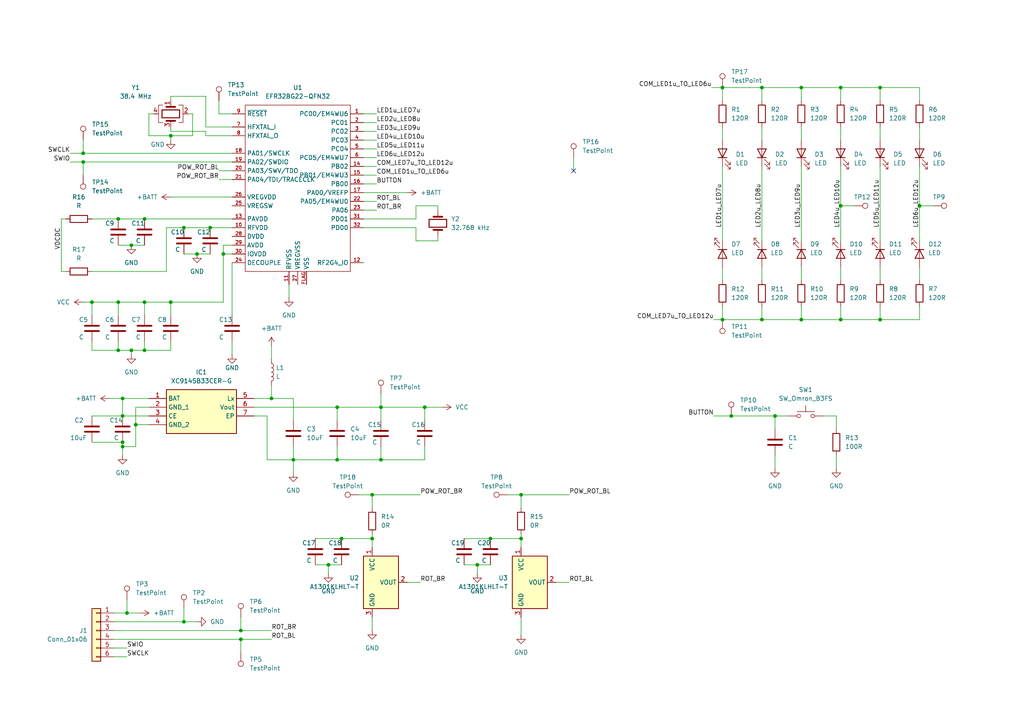
<source format=kicad_sch>
(kicad_sch (version 20230121) (generator eeschema)
  (paper "A4")
  (lib_symbols
    (symbol "Connector:TestPoint" (pin_numbers hide) (pin_names (offset 0.762) hide)
      (property "Reference" "TP" (at 0 6.858 0))
      (property "Value" "TestPoint" (at 0 5.08 0))
      (symbol "TestPoint_0_1"
        (circle (center 0 3.302) (radius 0.762))
      )
      (symbol "TestPoint_1_1"
        (pin passive line (at 0 0 90) (length 2.54) (name "1") (number "1"))
      )
    )
    (symbol "Connector_Generic:Conn_01x06" (pin_names (offset 1.016) hide)
      (property "Reference" "J" (at 0 7.62 0))
      (property "Value" "Conn_01x06" (at 0 -10.16 0))
      (symbol "Conn_01x06_1_1"
        (rectangle (start -1.27 -7.493) (end 0 -7.747) (stroke (width 0.1524)))
        (rectangle (start -1.27 -4.953) (end 0 -5.207) (stroke (width 0.1524)))
        (rectangle (start -1.27 -2.413) (end 0 -2.667) (stroke (width 0.1524)))
        (rectangle (start -1.27 0.127) (end 0 -0.127) (stroke (width 0.1524)))
        (rectangle (start -1.27 2.667) (end 0 2.413) (stroke (width 0.1524)))
        (rectangle (start -1.27 5.207) (end 0 4.953) (stroke (width 0.1524)))
        (rectangle (start -1.27 6.35) (end 1.27 -8.89) (stroke (width 0.254)) (fill (type background)))
        (pin passive line (at -5.08 5.08 0) (length 3.81) (name "Pin_1") (number "1"))
        (pin passive line (at -5.08 2.54 0) (length 3.81) (name "Pin_2") (number "2"))
        (pin passive line (at -5.08 0 0) (length 3.81) (name "Pin_3") (number "3"))
        (pin passive line (at -5.08 -2.54 0) (length 3.81) (name "Pin_4") (number "4"))
        (pin passive line (at -5.08 -5.08 0) (length 3.81) (name "Pin_5") (number "5"))
        (pin passive line (at -5.08 -7.62 0) (length 3.81) (name "Pin_6") (number "6"))
      )
    )
    (symbol "Device:C" (pin_numbers hide) (pin_names (offset 0.254))
      (property "Reference" "C" (at 0.635 2.54 0))
      (property "Value" "C" (at 0.635 -2.54 0))
      (symbol "C_0_1"
        (polyline (pts (xy -2.032 -0.762) (xy 2.032 -0.762)) (stroke (width 0.508)))
        (polyline (pts (xy -2.032 0.762) (xy 2.032 0.762)) (stroke (width 0.508)))
      )
      (symbol "C_1_1"
        (pin passive line (at 0 3.81 270) (length 2.794) (name "~") (number "1"))
        (pin passive line (at 0 -3.81 90) (length 2.794) (name "~") (number "2"))
      )
    )
    (symbol "Device:Crystal" (pin_numbers hide) (pin_names (offset 1.016) hide)
      (property "Reference" "Y" (at 0 3.81 0))
      (property "Value" "Crystal" (at 0 -3.81 0))
      (symbol "Crystal_0_1"
        (rectangle (start -1.143 2.54) (end 1.143 -2.54) (stroke (width 0.3048)))
        (polyline (pts (xy -2.54 0) (xy -1.905 0)))
        (polyline (pts (xy -1.905 -1.27) (xy -1.905 1.27)) (stroke (width 0.508)))
        (polyline (pts (xy 1.905 -1.27) (xy 1.905 1.27)) (stroke (width 0.508)))
        (polyline (pts (xy 2.54 0) (xy 1.905 0)))
      )
      (symbol "Crystal_1_1"
        (pin passive line (at -3.81 0 0) (length 1.27) (name "1") (number "1"))
        (pin passive line (at 3.81 0 180) (length 1.27) (name "2") (number "2"))
      )
    )
    (symbol "Device:Crystal_GND24" (pin_names (offset 1.016) hide)
      (property "Reference" "Y" (at 3.175 5.08 0))
      (property "Value" "Crystal_GND24" (at 3.175 3.175 0))
      (symbol "Crystal_GND24_0_1"
        (rectangle (start -1.143 2.54) (end 1.143 -2.54) (stroke (width 0.3048)))
        (polyline (pts (xy -2.54 0) (xy -2.032 0)))
        (polyline (pts (xy -2.032 -1.27) (xy -2.032 1.27)) (stroke (width 0.508)))
        (polyline (pts (xy 0 -3.81) (xy 0 -3.556)))
        (polyline (pts (xy 0 3.556) (xy 0 3.81)))
        (polyline (pts (xy 2.032 -1.27) (xy 2.032 1.27)) (stroke (width 0.508)))
        (polyline (pts (xy 2.032 0) (xy 2.54 0)))
        (polyline (pts (xy -2.54 -2.286) (xy -2.54 -3.556) (xy 2.54 -3.556) (xy 2.54 -2.286)))
        (polyline (pts (xy -2.54 2.286) (xy -2.54 3.556) (xy 2.54 3.556) (xy 2.54 2.286)))
      )
      (symbol "Crystal_GND24_1_1"
        (pin passive line (at -3.81 0 0) (length 1.27) (name "1") (number "1"))
        (pin passive line (at 0 5.08 270) (length 1.27) (name "2") (number "2"))
        (pin passive line (at 3.81 0 180) (length 1.27) (name "3") (number "3"))
        (pin passive line (at 0 -5.08 90) (length 1.27) (name "4") (number "4"))
      )
    )
    (symbol "Device:L" (pin_numbers hide) (pin_names (offset 1.016) hide)
      (property "Reference" "L" (at -1.27 0 90))
      (property "Value" "L" (at 1.905 0 90))
      (symbol "L_0_1"
        (arc (start 0 -2.54) (mid 0.6323 -1.905) (end 0 -1.27))
        (arc (start 0 -1.27) (mid 0.6323 -0.635) (end 0 0))
        (arc (start 0 0) (mid 0.6323 0.635) (end 0 1.27))
        (arc (start 0 1.27) (mid 0.6323 1.905) (end 0 2.54))
      )
      (symbol "L_1_1"
        (pin passive line (at 0 3.81 270) (length 1.27) (name "1") (number "1"))
        (pin passive line (at 0 -3.81 90) (length 1.27) (name "2") (number "2"))
      )
    )
    (symbol "Device:LED" (pin_numbers hide) (pin_names (offset 1.016) hide)
      (property "Reference" "D" (at 0 2.54 0))
      (property "Value" "LED" (at 0 -2.54 0))
      (symbol "LED_0_1"
        (polyline (pts (xy -1.27 -1.27) (xy -1.27 1.27)) (stroke (width 0.254)))
        (polyline (pts (xy -1.27 0) (xy 1.27 0)))
        (polyline (pts (xy 1.27 -1.27) (xy 1.27 1.27) (xy -1.27 0) (xy 1.27 -1.27)) (stroke (width 0.254)))
        (polyline (pts (xy -3.048 -0.762) (xy -4.572 -2.286) (xy -3.81 -2.286) (xy -4.572 -2.286) (xy -4.572 -1.524)))
        (polyline (pts (xy -1.778 -0.762) (xy -3.302 -2.286) (xy -2.54 -2.286) (xy -3.302 -2.286) (xy -3.302 -1.524)))
      )
      (symbol "LED_1_1"
        (pin passive line (at -3.81 0 0) (length 2.54) (name "K") (number "1"))
        (pin passive line (at 3.81 0 180) (length 2.54) (name "A") (number "2"))
      )
    )
    (symbol "Device:R" (pin_numbers hide) (pin_names (offset 0))
      (property "Reference" "R" (at 2.032 0 90))
      (property "Value" "R" (at 0 0 90))
      (symbol "R_0_1"
        (rectangle (start -1.016 -2.54) (end 1.016 2.54) (stroke (width 0.254)))
      )
      (symbol "R_1_1"
        (pin passive line (at 0 3.81 270) (length 1.27) (name "~") (number "1"))
        (pin passive line (at 0 -3.81 90) (length 1.27) (name "~") (number "2"))
      )
    )
    (symbol "Sensor_Magnetic:A1301KLHLT-T"
      (property "Reference" "U" (at 0 11.43 0))
      (property "Value" "A1301KLHLT-T" (at 0 8.89 0))
      (symbol "A1301KLHLT-T_0_1"
        (rectangle (start -5.08 7.62) (end 5.08 -7.62) (stroke (width 0.254)) (fill (type background)))
      )
      (symbol "A1301KLHLT-T_1_1"
        (pin power_in line (at -2.54 10.16 270) (length 2.54) (name "VCC") (number "1"))
        (pin output line (at 7.62 0 180) (length 2.54) (name "VOUT") (number "2"))
        (pin power_in line (at -2.54 -10.16 90) (length 2.54) (name "GND") (number "3"))
      )
    )
    (symbol "Switch:SW_Omron_B3FS" (pin_numbers hide) (pin_names (offset 1.016) hide)
      (property "Reference" "SW" (at 1.27 2.54 0))
      (property "Value" "SW_Omron_B3FS" (at 0 -1.524 0))
      (symbol "SW_Omron_B3FS_0_1"
        (circle (center -2.032 0) (radius 0.508))
        (polyline (pts (xy 0 1.27) (xy 0 3.048)))
        (polyline (pts (xy 2.54 1.27) (xy -2.54 1.27)))
        (circle (center 2.032 0) (radius 0.508))
        (pin passive line (at -5.08 0 0) (length 2.54) (name "1") (number "1"))
        (pin passive line (at 5.08 0 180) (length 2.54) (name "2") (number "2"))
      )
    )
    (symbol "XC9145B33CER-G:XC9145B33CER-G"
      (property "Reference" "IC" (at 26.67 7.62 0))
      (property "Value" "XC9145B33CER-G" (at 26.67 5.08 0))
      (symbol "XC9145B33CER-G_1_1"
        (rectangle (start 5.08 2.54) (end 25.4 -10.16) (stroke (width 0.254)) (fill (type background)))
        (pin passive line (at 0 0 0) (length 5.08) (name "BAT") (number "1"))
        (pin passive line (at 0 -2.54 0) (length 5.08) (name "GND_1") (number "2"))
        (pin passive line (at 0 -5.08 0) (length 5.08) (name "CE") (number "3"))
        (pin passive line (at 0 -7.62 0) (length 5.08) (name "GND_2") (number "4"))
        (pin passive line (at 30.48 0 180) (length 5.08) (name "Lx") (number "5"))
        (pin passive line (at 30.48 -2.54 180) (length 5.08) (name "Vout") (number "6"))
        (pin passive line (at 30.48 -5.08 180) (length 5.08) (name "EP") (number "7"))
      )
    )
    (symbol "kicad-libs:EFR32BG22-QFN32"
      (property "Reference" "U" (at 0 3.81 0))
      (property "Value" "EFR32BG22-QFN32" (at 0 1.27 0))
      (symbol "EFR32BG22-QFN32_0_0"
        (pin tri_state line (at 19.05 -2.54 180) (length 3.81) (name "PC00/EM4WU6") (number "1"))
        (pin power_in line (at -19.05 -35.56 0) (length 3.81) (name "RFVDD") (number "10"))
        (pin power_in line (at -2.54 -52.07 90) (length 3.81) (name "RFVSS") (number "11"))
        (pin passive line (at 19.05 -45.72 180) (length 3.81) (name "RF2G4_IO") (number "12"))
        (pin power_in line (at -19.05 -33.02 0) (length 3.81) (name "PAVDD") (number "13"))
        (pin tri_state line (at 19.05 -17.78 180) (length 3.81) (name "PB02") (number "14"))
        (pin tri_state line (at 19.05 -20.32 180) (length 3.81) (name "PB01/EM4WU3") (number "15"))
        (pin tri_state line (at 19.05 -22.86 180) (length 3.81) (name "PB00") (number "16"))
        (pin tri_state line (at 19.05 -25.4 180) (length 3.81) (name "PA00/VREFP") (number "17"))
        (pin tri_state line (at -19.05 -13.97 0) (length 3.81) (name "PA01/SWCLK") (number "18"))
        (pin tri_state line (at -19.05 -16.51 0) (length 3.81) (name "PA02/SWDIO") (number "19"))
        (pin tri_state line (at 19.05 -5.08 180) (length 3.81) (name "PC01") (number "2"))
        (pin tri_state line (at 19.05 -30.48 180) (length 3.81) (name "PA06") (number "23"))
        (pin passive line (at -19.05 -45.72 0) (length 3.81) (name "DECOUPLE") (number "24"))
        (pin passive line (at -19.05 -29.21 0) (length 3.81) (name "VREGSW") (number "25"))
        (pin power_in line (at -19.05 -26.67 0) (length 3.81) (name "VREGVDD") (number "26"))
        (pin power_in line (at 0 -52.07 90) (length 3.81) (name "VREGVSS") (number "27"))
        (pin power_in line (at -19.05 -38.1 0) (length 3.81) (name "DVDD") (number "28"))
        (pin power_in line (at -19.05 -40.64 0) (length 3.81) (name "AVDD") (number "29"))
        (pin tri_state line (at 19.05 -7.62 180) (length 3.81) (name "PC02") (number "3"))
        (pin power_in line (at -19.05 -43.18 0) (length 3.81) (name "IOVDD") (number "30"))
        (pin tri_state line (at 19.05 -33.02 180) (length 3.81) (name "PD01") (number "31"))
        (pin tri_state line (at 19.05 -35.56 180) (length 3.81) (name "PD00") (number "32"))
        (pin tri_state line (at 19.05 -10.16 180) (length 3.81) (name "PC03") (number "4"))
        (pin tri_state line (at 19.05 -12.7 180) (length 3.81) (name "PC04") (number "5"))
        (pin tri_state line (at 19.05 -15.24 180) (length 3.81) (name "PC05/EM4WU7") (number "6"))
        (pin passive line (at -19.05 -6.35 0) (length 3.81) (name "HFXTAL_I") (number "7"))
        (pin passive line (at -19.05 -8.89 0) (length 3.81) (name "HFXTAL_O") (number "8"))
        (pin input line (at -19.05 -2.54 0) (length 3.81) (name "~{RESET}") (number "9"))
        (pin power_in line (at 2.54 -52.07 90) (length 3.81) (name "VSS") (number "FLAG"))
      )
      (symbol "EFR32BG22-QFN32_0_1"
        (rectangle (start -15.24 0) (end 15.24 -48.26))
      )
      (symbol "EFR32BG22-QFN32_1_0"
        (pin tri_state line (at -19.05 -19.05 0) (length 3.81) (name "PA03/SWV/TDO") (number "20"))
        (pin tri_state line (at -19.05 -21.59 0) (length 3.81) (name "PA04/TDI/TRACECLK") (number "21"))
        (pin tri_state line (at 19.05 -27.94 180) (length 3.81) (name "PA05/EM4WU0") (number "22"))
      )
    )
    (symbol "power:+BATT" (power) (pin_names (offset 0))
      (property "Value" "+BATT" (at 0 3.556 0))
      (symbol "+BATT_0_1"
        (polyline (pts (xy -0.762 1.27) (xy 0 2.54)))
        (polyline (pts (xy 0 0) (xy 0 2.54)))
        (polyline (pts (xy 0 2.54) (xy 0.762 1.27)))
      )
      (symbol "+BATT_1_1"
        (pin power_in line (at 0 0 90) (length 0) hide (name "+BATT") (number "1"))
      )
    )
    (symbol "power:GND" (power) (pin_names (offset 0))
      (property "Value" "GND" (at 0 -3.81 0))
      (symbol "GND_0_1"
        (polyline (pts (xy 0 0) (xy 0 -1.27) (xy 1.27 -1.27) (xy 0 -2.54) (xy -1.27 -1.27) (xy 0 -1.27)))
      )
      (symbol "GND_1_1"
        (pin power_in line (at 0 0 270) (length 0) hide (name "GND") (number "1"))
      )
    )
    (symbol "power:VCC" (power) (pin_names (offset 0))
      (property "Value" "VCC" (at 0 3.81 0))
      (symbol "VCC_0_1"
        (polyline (pts (xy -0.762 1.27) (xy 0 2.54)))
        (polyline (pts (xy 0 0) (xy 0 2.54)))
        (polyline (pts (xy 0 2.54) (xy 0.762 1.27)))
      )
      (symbol "VCC_1_1"
        (pin power_in line (at 0 0 90) (length 0) hide (name "VCC") (number "1"))
      )
    )
  )
  (junction (at 41.91 101.6))
  (junction (at 41.91 63.5))
  (junction (at 209.55 25.4))
  (junction (at 39.37 123.19))
  (junction (at 224.79 120.65))
  (junction (at 36.83 177.8))
  (junction (at 107.95 156.21))
  (junction (at 212.09 120.65))
  (junction (at 243.84 59.69))
  (junction (at 243.84 25.4))
  (junction (at 110.49 118.11))
  (junction (at 107.95 143.51))
  (junction (at 110.49 133.35))
  (junction (at 255.27 25.4))
  (junction (at 69.85 182.88))
  (junction (at 97.79 118.11))
  (junction (at 24.13 44.45))
  (junction (at 57.15 73.66))
  (junction (at 209.55 92.71))
  (junction (at 35.56 120.65))
  (junction (at 151.13 156.21))
  (junction (at 151.13 143.51))
  (junction (at 60.96 66.04))
  (junction (at 34.29 101.6))
  (junction (at 24.13 46.99))
  (junction (at 41.91 87.63))
  (junction (at 220.98 25.4))
  (junction (at 35.56 115.57))
  (junction (at 26.67 87.63))
  (junction (at 138.43 163.83))
  (junction (at 266.7 59.69))
  (junction (at 69.85 185.42))
  (junction (at 232.41 92.71))
  (junction (at 38.1 71.12))
  (junction (at 142.24 156.21))
  (junction (at 34.29 63.5))
  (junction (at 78.74 115.57))
  (junction (at 35.56 128.27))
  (junction (at 255.27 92.71))
  (junction (at 99.06 156.21))
  (junction (at 123.19 118.11))
  (junction (at 35.56 129.54))
  (junction (at 49.53 39.37))
  (junction (at 53.34 66.04))
  (junction (at 64.77 73.66))
  (junction (at 38.1 101.6))
  (junction (at 49.53 87.63))
  (junction (at 85.09 133.35))
  (junction (at 97.79 133.35))
  (junction (at 220.98 92.71))
  (junction (at 95.25 163.83))
  (junction (at 34.29 87.63))
  (junction (at 53.34 180.34))
  (junction (at 232.41 25.4))
  (junction (at 243.84 92.71))
  (no_connect (at 166.37 49.53))
  (wire (pts (xy 41.91 101.6) (xy 38.1 101.6)))
  (wire (pts (xy 107.95 143.51) (xy 107.95 147.32)))
  (wire (pts (xy 59.69 36.83) (xy 67.31 36.83)))
  (wire (pts (xy 77.47 120.65) (xy 77.47 133.35)))
  (wire (pts (xy 242.57 120.65) (xy 242.57 124.46)))
  (wire (pts (xy 49.53 29.21) (xy 49.53 27.94)))
  (wire (pts (xy 243.84 59.69) (xy 247.65 59.69)))
  (wire (pts (xy 105.41 40.64) (xy 109.22 40.64)))
  (wire (pts (xy 67.31 76.2) (xy 67.31 91.44)))
  (wire (pts (xy 243.84 36.83) (xy 243.84 40.64)))
  (wire (pts (xy 243.84 25.4) (xy 255.27 25.4)))
  (wire (pts (xy 63.5 29.21) (xy 63.5 33.02)))
  (wire (pts (xy 209.55 25.4) (xy 220.98 25.4)))
  (wire (pts (xy 220.98 25.4) (xy 220.98 29.21)))
  (wire (pts (xy 24.13 46.99) (xy 24.13 50.8)))
  (wire (pts (xy 206.375 25.4) (xy 209.55 25.4)))
  (wire (pts (xy 59.69 27.94) (xy 59.69 36.83)))
  (wire (pts (xy 120.65 63.5) (xy 120.65 59.69)))
  (wire (pts (xy 266.7 59.69) (xy 266.7 69.85)))
  (wire (pts (xy 43.18 39.37) (xy 43.18 33.02)))
  (wire (pts (xy 255.27 25.4) (xy 266.7 25.4)))
  (wire (pts (xy 83.82 82.55) (xy 83.82 86.36)))
  (wire (pts (xy 49.53 39.37) (xy 55.88 39.37)))
  (wire (pts (xy 151.13 143.51) (xy 151.13 147.32)))
  (wire (pts (xy 67.31 73.66) (xy 64.77 73.66)))
  (wire (pts (xy 20.32 44.45) (xy 24.13 44.45)))
  (wire (pts (xy 220.98 77.47) (xy 220.98 81.28)))
  (wire (pts (xy 110.49 118.11) (xy 123.19 118.11)))
  (wire (pts (xy 64.77 73.66) (xy 64.77 87.63)))
  (wire (pts (xy 232.41 48.26) (xy 232.41 69.85)))
  (wire (pts (xy 243.84 92.71) (xy 232.41 92.71)))
  (wire (pts (xy 26.67 101.6) (xy 34.29 101.6)))
  (wire (pts (xy 43.18 39.37) (xy 49.53 39.37)))
  (wire (pts (xy 33.02 182.88) (xy 69.85 182.88)))
  (wire (pts (xy 91.44 156.21) (xy 99.06 156.21)))
  (wire (pts (xy 41.91 87.63) (xy 41.91 91.44)))
  (wire (pts (xy 120.65 59.69) (xy 127 59.69)))
  (wire (pts (xy 110.49 121.92) (xy 110.49 118.11)))
  (wire (pts (xy 243.84 48.26) (xy 243.84 59.69)))
  (wire (pts (xy 41.91 87.63) (xy 49.53 87.63)))
  (wire (pts (xy 104.14 143.51) (xy 107.95 143.51)))
  (wire (pts (xy 255.27 25.4) (xy 255.27 29.21)))
  (wire (pts (xy 107.95 156.21) (xy 107.95 158.75)))
  (wire (pts (xy 220.98 36.83) (xy 220.98 40.64)))
  (wire (pts (xy 232.41 77.47) (xy 232.41 81.28)))
  (wire (pts (xy 39.37 118.11) (xy 39.37 123.19)))
  (wire (pts (xy 26.67 87.63) (xy 24.13 87.63)))
  (wire (pts (xy 34.29 63.5) (xy 41.91 63.5)))
  (wire (pts (xy 26.67 63.5) (xy 34.29 63.5)))
  (wire (pts (xy 127 68.58) (xy 127 69.85)))
  (wire (pts (xy 266.7 77.47) (xy 266.7 81.28)))
  (wire (pts (xy 232.41 25.4) (xy 232.41 29.21)))
  (wire (pts (xy 85.09 129.54) (xy 85.09 133.35)))
  (wire (pts (xy 138.43 163.83) (xy 142.24 163.83)))
  (wire (pts (xy 78.74 111.76) (xy 78.74 115.57)))
  (wire (pts (xy 105.41 55.88) (xy 118.11 55.88)))
  (wire (pts (xy 118.11 168.91) (xy 121.92 168.91)))
  (wire (pts (xy 105.41 33.02) (xy 109.22 33.02)))
  (wire (pts (xy 243.84 88.9) (xy 243.84 92.71)))
  (wire (pts (xy 110.49 129.54) (xy 110.49 133.35)))
  (wire (pts (xy 67.31 99.06) (xy 67.31 102.87)))
  (wire (pts (xy 26.67 99.06) (xy 26.67 101.6)))
  (wire (pts (xy 33.02 190.5) (xy 36.83 190.5)))
  (wire (pts (xy 85.09 133.35) (xy 85.09 137.16)))
  (wire (pts (xy 33.02 180.34) (xy 53.34 180.34)))
  (wire (pts (xy 64.77 71.12) (xy 64.77 73.66)))
  (wire (pts (xy 34.29 99.06) (xy 34.29 101.6)))
  (wire (pts (xy 53.34 66.04) (xy 60.96 66.04)))
  (wire (pts (xy 49.53 99.06) (xy 49.53 101.6)))
  (wire (pts (xy 77.47 133.35) (xy 85.09 133.35)))
  (wire (pts (xy 55.88 33.02) (xy 55.88 39.37)))
  (wire (pts (xy 34.29 87.63) (xy 34.29 91.44)))
  (wire (pts (xy 34.29 87.63) (xy 41.91 87.63)))
  (wire (pts (xy 242.57 132.08) (xy 242.57 135.89)))
  (wire (pts (xy 224.79 120.65) (xy 228.6 120.65)))
  (wire (pts (xy 127 59.69) (xy 127 60.96)))
  (wire (pts (xy 105.41 66.04) (xy 120.65 66.04)))
  (wire (pts (xy 105.41 50.8) (xy 109.22 50.8)))
  (wire (pts (xy 209.55 48.26) (xy 209.55 69.85)))
  (wire (pts (xy 266.7 36.83) (xy 266.7 40.64)))
  (wire (pts (xy 39.37 129.54) (xy 35.56 129.54)))
  (wire (pts (xy 59.69 39.37) (xy 59.69 38.1)))
  (wire (pts (xy 209.55 92.71) (xy 209.55 88.9)))
  (wire (pts (xy 73.66 120.65) (xy 77.47 120.65)))
  (wire (pts (xy 43.18 120.65) (xy 35.56 120.65)))
  (wire (pts (xy 43.18 33.02) (xy 44.45 33.02)))
  (wire (pts (xy 35.56 129.54) (xy 35.56 132.08)))
  (wire (pts (xy 105.41 53.34) (xy 109.22 53.34)))
  (wire (pts (xy 105.41 60.96) (xy 109.22 60.96)))
  (wire (pts (xy 49.53 101.6) (xy 41.91 101.6)))
  (wire (pts (xy 38.1 71.12) (xy 41.91 71.12)))
  (wire (pts (xy 220.98 48.26) (xy 220.98 69.85)))
  (wire (pts (xy 73.66 118.11) (xy 97.79 118.11)))
  (wire (pts (xy 232.41 25.4) (xy 243.84 25.4)))
  (wire (pts (xy 20.32 46.99) (xy 24.13 46.99)))
  (wire (pts (xy 232.41 88.9) (xy 232.41 92.71)))
  (wire (pts (xy 33.02 187.96) (xy 36.83 187.96)))
  (wire (pts (xy 48.26 78.74) (xy 48.26 66.04)))
  (wire (pts (xy 151.13 156.21) (xy 151.13 158.75)))
  (wire (pts (xy 105.41 45.72) (xy 109.22 45.72)))
  (wire (pts (xy 33.02 177.8) (xy 36.83 177.8)))
  (wire (pts (xy 209.55 29.21) (xy 209.55 25.4)))
  (wire (pts (xy 85.09 133.35) (xy 97.79 133.35)))
  (wire (pts (xy 151.13 179.07) (xy 151.13 184.15)))
  (wire (pts (xy 105.41 58.42) (xy 109.22 58.42)))
  (wire (pts (xy 69.85 185.42) (xy 69.85 189.23)))
  (wire (pts (xy 105.41 38.1) (xy 109.22 38.1)))
  (wire (pts (xy 41.91 63.5) (xy 67.31 63.5)))
  (wire (pts (xy 26.67 87.63) (xy 34.29 87.63)))
  (wire (pts (xy 95.25 163.83) (xy 95.25 166.37)))
  (wire (pts (xy 35.56 115.57) (xy 43.18 115.57)))
  (wire (pts (xy 26.67 78.74) (xy 48.26 78.74)))
  (wire (pts (xy 69.85 179.07) (xy 69.85 182.88)))
  (wire (pts (xy 107.95 179.07) (xy 107.95 182.88)))
  (wire (pts (xy 63.5 49.53) (xy 67.31 49.53)))
  (wire (pts (xy 54.61 33.02) (xy 55.88 33.02)))
  (wire (pts (xy 85.09 121.92) (xy 85.09 115.57)))
  (wire (pts (xy 91.44 163.83) (xy 95.25 163.83)))
  (wire (pts (xy 31.75 115.57) (xy 35.56 115.57)))
  (wire (pts (xy 35.56 128.27) (xy 35.56 129.54)))
  (wire (pts (xy 97.79 121.92) (xy 97.79 118.11)))
  (wire (pts (xy 41.91 99.06) (xy 41.91 101.6)))
  (wire (pts (xy 255.27 77.47) (xy 255.27 81.28)))
  (wire (pts (xy 107.95 154.94) (xy 107.95 156.21)))
  (wire (pts (xy 266.7 88.9) (xy 266.7 92.71)))
  (wire (pts (xy 138.43 163.83) (xy 138.43 166.37)))
  (wire (pts (xy 266.7 59.69) (xy 270.51 59.69)))
  (wire (pts (xy 43.18 118.11) (xy 39.37 118.11)))
  (wire (pts (xy 255.27 92.71) (xy 243.84 92.71)))
  (wire (pts (xy 26.67 128.27) (xy 35.56 128.27)))
  (wire (pts (xy 59.69 38.1) (xy 49.53 38.1)))
  (wire (pts (xy 243.84 59.69) (xy 243.84 69.85)))
  (wire (pts (xy 67.31 39.37) (xy 59.69 39.37)))
  (wire (pts (xy 24.13 40.64) (xy 24.13 44.45)))
  (wire (pts (xy 255.27 88.9) (xy 255.27 92.71)))
  (wire (pts (xy 26.67 91.44) (xy 26.67 87.63)))
  (wire (pts (xy 266.7 92.71) (xy 255.27 92.71)))
  (wire (pts (xy 38.1 102.87) (xy 38.1 101.6)))
  (wire (pts (xy 243.84 77.47) (xy 243.84 81.28)))
  (wire (pts (xy 105.41 63.5) (xy 120.65 63.5)))
  (wire (pts (xy 78.74 100.33) (xy 78.74 104.14)))
  (wire (pts (xy 36.83 173.99) (xy 36.83 177.8)))
  (wire (pts (xy 166.37 45.72) (xy 166.37 49.53)))
  (wire (pts (xy 97.79 129.54) (xy 97.79 133.35)))
  (wire (pts (xy 209.55 77.47) (xy 209.55 81.28)))
  (wire (pts (xy 97.79 133.35) (xy 110.49 133.35)))
  (wire (pts (xy 212.09 120.65) (xy 224.79 120.65)))
  (wire (pts (xy 110.49 118.11) (xy 97.79 118.11)))
  (wire (pts (xy 123.19 133.35) (xy 110.49 133.35)))
  (wire (pts (xy 63.5 52.07) (xy 67.31 52.07)))
  (wire (pts (xy 64.77 71.12) (xy 67.31 71.12)))
  (wire (pts (xy 107.95 143.51) (xy 121.92 143.51)))
  (wire (pts (xy 147.32 143.51) (xy 151.13 143.51)))
  (wire (pts (xy 123.19 129.54) (xy 123.19 133.35)))
  (wire (pts (xy 73.66 115.57) (xy 78.74 115.57)))
  (wire (pts (xy 24.13 44.45) (xy 67.31 44.45)))
  (wire (pts (xy 35.56 115.57) (xy 35.56 120.65)))
  (wire (pts (xy 17.78 63.5) (xy 17.78 78.74)))
  (wire (pts (xy 33.02 185.42) (xy 69.85 185.42)))
  (wire (pts (xy 99.06 156.21) (xy 107.95 156.21)))
  (wire (pts (xy 142.24 156.21) (xy 151.13 156.21)))
  (wire (pts (xy 69.85 182.88) (xy 78.74 182.88)))
  (wire (pts (xy 67.31 66.04) (xy 60.96 66.04)))
  (wire (pts (xy 266.7 48.26) (xy 266.7 59.69)))
  (wire (pts (xy 57.15 73.66) (xy 60.96 73.66)))
  (wire (pts (xy 220.98 92.71) (xy 209.55 92.71)))
  (wire (pts (xy 36.83 177.8) (xy 40.64 177.8)))
  (wire (pts (xy 243.84 25.4) (xy 243.84 29.21)))
  (wire (pts (xy 224.79 132.08) (xy 224.79 135.89)))
  (wire (pts (xy 49.53 87.63) (xy 49.53 91.44)))
  (wire (pts (xy 85.09 115.57) (xy 78.74 115.57)))
  (wire (pts (xy 49.53 27.94) (xy 59.69 27.94)))
  (wire (pts (xy 120.65 69.85) (xy 120.65 66.04)))
  (wire (pts (xy 26.67 120.65) (xy 35.56 120.65)))
  (wire (pts (xy 39.37 123.19) (xy 39.37 129.54)))
  (wire (pts (xy 123.19 118.11) (xy 123.19 121.92)))
  (wire (pts (xy 49.53 38.1) (xy 49.53 36.83)))
  (wire (pts (xy 105.41 48.26) (xy 109.22 48.26)))
  (wire (pts (xy 63.5 33.02) (xy 67.31 33.02)))
  (wire (pts (xy 266.7 25.4) (xy 266.7 29.21)))
  (wire (pts (xy 220.98 88.9) (xy 220.98 92.71)))
  (wire (pts (xy 19.05 63.5) (xy 17.78 63.5)))
  (wire (pts (xy 123.19 118.11) (xy 128.27 118.11)))
  (wire (pts (xy 224.79 120.65) (xy 224.79 124.46)))
  (wire (pts (xy 209.55 36.83) (xy 209.55 40.64)))
  (wire (pts (xy 151.13 154.94) (xy 151.13 156.21)))
  (wire (pts (xy 53.34 180.34) (xy 57.15 180.34)))
  (wire (pts (xy 48.26 66.04) (xy 53.34 66.04)))
  (wire (pts (xy 255.27 36.83) (xy 255.27 40.64)))
  (wire (pts (xy 207.01 92.71) (xy 209.55 92.71)))
  (wire (pts (xy 49.53 57.15) (xy 67.31 57.15)))
  (wire (pts (xy 110.49 114.3) (xy 110.49 118.11)))
  (wire (pts (xy 207.01 120.65) (xy 212.09 120.65)))
  (wire (pts (xy 49.53 39.37) (xy 49.53 40.64)))
  (wire (pts (xy 127 69.85) (xy 120.65 69.85)))
  (wire (pts (xy 105.41 43.18) (xy 109.22 43.18)))
  (wire (pts (xy 69.85 185.42) (xy 78.74 185.42)))
  (wire (pts (xy 95.25 163.83) (xy 99.06 163.83)))
  (wire (pts (xy 39.37 123.19) (xy 43.18 123.19)))
  (wire (pts (xy 134.62 156.21) (xy 142.24 156.21)))
  (wire (pts (xy 105.41 35.56) (xy 109.22 35.56)))
  (wire (pts (xy 151.13 143.51) (xy 165.1 143.51)))
  (wire (pts (xy 17.78 78.74) (xy 19.05 78.74)))
  (wire (pts (xy 34.29 71.12) (xy 38.1 71.12)))
  (wire (pts (xy 220.98 25.4) (xy 232.41 25.4)))
  (wire (pts (xy 232.41 36.83) (xy 232.41 40.64)))
  (wire (pts (xy 255.27 48.26) (xy 255.27 69.85)))
  (wire (pts (xy 134.62 163.83) (xy 138.43 163.83)))
  (wire (pts (xy 53.34 73.66) (xy 57.15 73.66)))
  (wire (pts (xy 24.13 46.99) (xy 67.31 46.99)))
  (wire (pts (xy 49.53 87.63) (xy 64.77 87.63)))
  (wire (pts (xy 161.29 168.91) (xy 165.1 168.91)))
  (wire (pts (xy 238.76 120.65) (xy 242.57 120.65)))
  (wire (pts (xy 34.29 101.6) (xy 38.1 101.6)))
  (wire (pts (xy 53.34 176.53) (xy 53.34 180.34)))
  (wire (pts (xy 232.41 92.71) (xy 220.98 92.71)))
  (label "ROT_BR" (at 109.22 60.96 0))
  (label "SWIO" (at 20.32 46.99 180))
  (label "BUTTON" (at 109.22 53.34 0))
  (label "POW_ROT_BR" (at 121.92 143.51 0))
  (label "LED6u_LED12u" (at 109.22 45.72 0))
  (label "ROT_BR" (at 121.92 168.91 0))
  (label "ROT_BL" (at 109.22 58.42 0))
  (label "COM_LED1u_TO_LED6u" (at 206.375 25.4 180))
  (label "BUTTON" (at 207.01 120.65 180))
  (label "COM_LED7u_TO_LED12u" (at 109.22 48.26 0))
  (label "LED3u_LED9u" (at 232.41 66.04 90))
  (label "LED6u_LED12u" (at 266.7 66.04 90))
  (label "SWIO" (at 36.83 187.96 0))
  (label "LED3u_LED9u" (at 109.22 38.1 0))
  (label "POW_ROT_BR" (at 63.5 52.07 180))
  (label "LED5u_LED11u" (at 109.22 43.18 0))
  (label "ROT_BR" (at 78.74 182.88 0))
  (label "SWCLK" (at 36.83 190.5 0))
  (label "POW_ROT_BL" (at 63.5 49.53 180))
  (label "LED4u_LED10u" (at 109.22 40.64 0))
  (label "COM_LED7u_TO_LED12u" (at 207.01 92.71 180))
  (label "SWCLK" (at 20.32 44.45 180))
  (label "LED1u_LED7u" (at 109.22 33.02 0))
  (label "POW_ROT_BL" (at 165.1 143.51 0))
  (label "COM_LED1u_TO_LED6u" (at 109.22 50.8 0))
  (label "LED5u_LED11u" (at 255.27 66.04 90))
  (label "LED2u_LED8u" (at 109.22 35.56 0))
  (label "LED1u_LED7u" (at 209.55 66.04 90))
  (label "ROT_BL" (at 78.74 185.42 0))
  (label "VDCDC" (at 17.78 72.39 90))
  (label "LED2u_LED8u" (at 220.98 66.04 90))
  (label "ROT_BL" (at 165.1 168.91 0))
  (label "LED4u_LED10u" (at 243.84 66.04 90))
  (symbol (lib_id "power:GND") (at 242.57 135.89 0) (unit 1)
    (property "Reference" "#PWR01" (effects hide))
    (property "Value" "GND" (at 242.57 140.97 0))
  )
  (symbol (lib_id "Connector:TestPoint") (at 209.55 25.4 0) (unit 1)
    (property "Reference" "TP17" (at 212.09 20.828 0) (effects (justify left)))
    (property "Value" "TestPoint" (at 212.09 23.368 0) (effects (justify left)))
    (property "Footprint" "TestPoint:TestPoint_Pad_D1.0mm" (effects hide))
  )
  (symbol (lib_id "Device:R") (at 209.55 85.09 0) (unit 1)
    (property "Reference" "R12" (at 212.09 83.82 0) (effects (justify left)))
    (property "Value" "120R" (at 212.09 86.36 0) (effects (justify left)))
    (property "Footprint" "Resistor_SMD:R_0402_1005Metric" (effects hide))
  )
  (symbol (lib_id "Connector:TestPoint") (at 270.51 59.69 270) (unit 1)
    (property "Reference" "TP9" (at 270.51 57.15 90) (effects (justify left)))
    (property "Value" "TestPoint" (effects hide))
    (property "Footprint" "TestPoint:TestPoint_Pad_D1.0mm" (effects hide))
  )
  (symbol (lib_id "power:GND") (at 38.1 102.87 0) (unit 1)
    (property "Reference" "#PWR016" (effects hide))
    (property "Value" "GND" (at 38.1 107.95 0))
  )
  (symbol (lib_id "Device:R") (at 232.41 85.09 0) (unit 1)
    (property "Reference" "R10" (at 234.95 83.82 0) (effects (justify left)))
    (property "Value" "120R" (at 234.95 86.36 0) (effects (justify left)))
    (property "Footprint" "Resistor_SMD:R_0402_1005Metric" (effects hide))
  )
  (symbol (lib_id "Device:R") (at 22.86 78.74 90) (unit 1)
    (property "Reference" "R17" (at 22.86 72.39 90))
    (property "Value" "R" (at 22.86 74.93 90))
    (property "Footprint" "Resistor_SMD:R_0805_2012Metric" (effects hide))
  )
  (symbol (lib_id "Device:C") (at 123.19 125.73 0) (unit 1)
    (property "Reference" "C16" (at 119.38 123.19 0) (effects (justify left)))
    (property "Value" "C" (at 120.65 128.27 0) (effects (justify left)))
    (property "Footprint" "Capacitor_SMD:C_0402_1005Metric" (effects hide))
  )
  (symbol (lib_id "Connector:TestPoint") (at 53.34 176.53 0) (unit 1)
    (property "Reference" "TP2" (at 55.88 171.958 0) (effects (justify left)))
    (property "Value" "TestPoint" (at 55.88 174.498 0) (effects (justify left)))
    (property "Footprint" "TestPoint:TestPoint_Pad_D1.0mm" (effects hide))
  )
  (symbol (lib_id "Connector:TestPoint") (at 24.13 40.64 0) (unit 1)
    (property "Reference" "TP15" (at 26.67 36.068 0) (effects (justify left)))
    (property "Value" "TestPoint" (at 26.67 38.608 0) (effects (justify left)))
    (property "Footprint" "TestPoint:TestPoint_Pad_D1.0mm" (effects hide))
  )
  (symbol (lib_id "power:GND") (at 95.25 166.37 0) (unit 1)
    (property "Reference" "#PWR022" (effects hide))
    (property "Value" "GND" (at 95.25 171.45 0))
  )
  (symbol (lib_id "Connector:TestPoint") (at 212.09 120.65 0) (unit 1)
    (property "Reference" "TP10" (at 214.63 116.078 0) (effects (justify left)))
    (property "Value" "TestPoint" (at 214.63 118.618 0) (effects (justify left)))
    (property "Footprint" "TestPoint:TestPoint_Pad_D1.0mm" (effects hide))
  )
  (symbol (lib_id "power:GND") (at 38.1 71.12 0) (unit 1)
    (property "Reference" "#PWR019" (effects hide))
    (property "Value" "GND" (at 38.1 76.2 0))
  )
  (symbol (lib_id "Device:R") (at 242.57 128.27 0) (unit 1)
    (property "Reference" "R13" (at 245.11 127 0) (effects (justify left)))
    (property "Value" "100R" (at 245.11 129.54 0) (effects (justify left)))
    (property "Footprint" "Resistor_SMD:R_0402_1005Metric" (effects hide))
  )
  (symbol (lib_id "Device:C") (at 53.34 69.85 0) (unit 1)
    (property "Reference" "C10" (at 49.53 67.31 0) (effects (justify left)))
    (property "Value" "C" (at 50.8 72.39 0) (effects (justify left)))
    (property "Footprint" "Capacitor_SMD:C_0402_1005Metric" (effects hide))
  )
  (symbol (lib_id "Device:C") (at 35.56 124.46 0) (unit 1)
    (property "Reference" "C14" (at 31.75 121.92 0) (effects (justify left)))
    (property "Value" "C" (at 33.02 127 0) (effects (justify left)))
    (property "Footprint" "Capacitor_SMD:C_0402_1005Metric" (effects hide))
  )
  (symbol (lib_id "power:GND") (at 151.13 184.15 0) (unit 1)
    (property "Reference" "#PWR06" (effects hide))
    (property "Value" "GND" (at 151.13 189.23 0))
  )
  (symbol (lib_id "power:GND") (at 224.79 135.89 0) (unit 1)
    (property "Reference" "#PWR02" (effects hide))
    (property "Value" "GND" (at 224.79 140.97 0))
  )
  (symbol (lib_id "Device:C") (at 224.79 128.27 0) (unit 1)
    (property "Reference" "C1" (at 228.6 127 0) (effects (justify left)))
    (property "Value" "C" (at 228.6 129.54 0) (effects (justify left)))
    (property "Footprint" "Capacitor_SMD:C_0201_0603Metric" (effects hide))
  )
  (symbol (lib_id "Device:R") (at 266.7 33.02 0) (unit 1)
    (property "Reference" "R6" (at 269.24 31.75 0) (effects (justify left)))
    (property "Value" "120R" (at 269.24 34.29 0) (effects (justify left)))
    (property "Footprint" "Resistor_SMD:R_0402_1005Metric" (effects hide))
  )
  (symbol (lib_id "Device:C") (at 34.29 95.25 0) (unit 1)
    (property "Reference" "C6" (at 30.48 92.71 0) (effects (justify left)))
    (property "Value" "C" (at 30.48 97.79 0) (effects (justify left)))
    (property "Footprint" "Capacitor_SMD:C_0603_1608Metric" (effects hide))
  )
  (symbol (lib_id "Connector_Generic:Conn_01x06") (at 27.94 182.88 0) (mirror y) (unit 1)
    (property "Reference" "J1" (at 25.4 182.88 0) (effects (justify left)))
    (property "Value" "Conn_01x06" (at 25.4 185.42 0) (effects (justify left)))
    (property "Footprint" "Connector_PinSocket_2.00mm:PinSocket_1x06_P2.00mm_Vertical" (effects hide))
  )
  (symbol (lib_id "Device:C") (at 85.09 125.73 0) (unit 1)
    (property "Reference" "C3" (at 88.9 124.46 0) (effects (justify left)))
    (property "Value" "10uF" (at 88.9 127 0) (effects (justify left)))
    (property "Footprint" "Capacitor_SMD:C_0805_2012Metric" (effects hide))
  )
  (symbol (lib_id "power:+BATT") (at 49.53 57.15 90) (unit 1)
    (property "Reference" "#PWR012" (effects hide))
    (property "Value" "+BATT" (at 45.72 57.15 90) (effects (justify left)))
  )
  (symbol (lib_id "Device:R") (at 151.13 151.13 0) (unit 1)
    (property "Reference" "R15" (at 153.67 149.86 0) (effects (justify left)))
    (property "Value" "0R" (at 153.67 152.4 0) (effects (justify left)))
    (property "Footprint" "Resistor_SMD:R_0402_1005Metric" (effects hide))
  )
  (symbol (lib_id "Device:C") (at 26.67 124.46 0) (unit 1)
    (property "Reference" "C2" (at 21.59 121.92 0) (effects (justify left)))
    (property "Value" "10uF" (at 20.32 127 0) (effects (justify left)))
    (property "Footprint" "Capacitor_SMD:C_0805_2012Metric" (effects hide))
  )
  (symbol (lib_id "Connector:TestPoint") (at 209.55 92.71 180) (unit 1)
    (property "Reference" "TP11" (at 212.09 94.742 0) (effects (justify right)))
    (property "Value" "TestPoint" (at 212.09 97.282 0) (effects (justify right)))
    (property "Footprint" "TestPoint:TestPoint_Pad_D1.0mm" (effects hide))
  )
  (symbol (lib_id "power:GND") (at 67.31 102.87 0) (unit 1)
    (property "Reference" "#PWR020" (effects hide))
    (property "Value" "GND" (at 67.31 106.68 0))
  )
  (symbol (lib_id "Device:LED") (at 255.27 44.45 90) (unit 1)
    (property "Reference" "D5" (at 259.08 44.7675 90) (effects (justify right)))
    (property "Value" "LED" (at 259.08 47.3075 90) (effects (justify right)))
    (property "Footprint" "LED_SMD:LED_0603_1608Metric" (effects hide))
  )
  (symbol (lib_id "Device:R") (at 220.98 85.09 0) (unit 1)
    (property "Reference" "R11" (at 223.52 83.82 0) (effects (justify left)))
    (property "Value" "120R" (at 223.52 86.36 0) (effects (justify left)))
    (property "Footprint" "Resistor_SMD:R_0402_1005Metric" (effects hide))
  )
  (symbol (lib_id "Device:C") (at 41.91 95.25 0) (unit 1)
    (property "Reference" "C7" (at 38.1 92.71 0) (effects (justify left)))
    (property "Value" "C" (at 39.37 97.79 0) (effects (justify left)))
    (property "Footprint" "Capacitor_SMD:C_0402_1005Metric" (effects hide))
  )
  (symbol (lib_id "Device:C") (at 99.06 160.02 0) (unit 1)
    (property "Reference" "C18" (at 95.25 157.48 0) (effects (justify left)))
    (property "Value" "C" (at 96.52 162.56 0) (effects (justify left)))
    (property "Footprint" "Capacitor_SMD:C_0402_1005Metric" (effects hide))
  )
  (symbol (lib_id "Device:LED") (at 255.27 73.66 270) (unit 1)
    (property "Reference" "D11" (at 257.81 70.8025 90) (effects (justify left)))
    (property "Value" "LED" (at 257.81 73.3425 90) (effects (justify left)))
    (property "Footprint" "LED_SMD:LED_0603_1608Metric" (effects hide))
  )
  (symbol (lib_id "Device:LED") (at 209.55 73.66 270) (unit 1)
    (property "Reference" "D7" (at 212.09 70.8025 90) (effects (justify left)))
    (property "Value" "LED" (at 212.09 73.3425 90) (effects (justify left)))
    (property "Footprint" "LED_SMD:LED_0603_1608Metric" (effects hide))
  )
  (symbol (lib_id "Sensor_Magnetic:A1301KLHLT-T") (at 153.67 168.91 0) (unit 1)
    (property "Reference" "U3" (at 147.32 167.64 0) (effects (justify right)))
    (property "Value" "A1301KLHLT-T" (at 147.32 170.18 0) (effects (justify right)))
    (property "Footprint" "Package_TO_SOT_SMD:SOT-23W" (effects hide))
    (property "Datasheet" "http://www.allegromicro.com/~/media/Files/Datasheets/A1301-2-Datasheet.ashx" (effects hide))
  )
  (symbol (lib_id "XC9145B33CER-G:XC9145B33CER-G") (at 43.18 115.57 0) (unit 1)
    (property "Reference" "IC1" (at 58.42 107.95 0))
    (property "Value" "XC9145B33CER-G" (at 58.42 110.49 0))
    (property "Footprint" "XC9264B75DERG" (effects hide))
    (property "Datasheet" "https://www.torexsemi.com/file/xc9145/XC9145.pdf" (effects hide))
    (property "Height" "0.6" (effects hide))
    (property "Manufacturer_Name" "Torex" (effects hide))
    (property "Manufacturer_Part_Number" "XC9145B33CER-G" (effects hide))
  )
  (symbol (lib_id "power:GND") (at 107.95 182.88 0) (unit 1)
    (property "Reference" "#PWR07" (effects hide))
    (property "Value" "GND" (at 107.95 187.96 0))
  )
  (symbol (lib_id "Device:LED") (at 232.41 44.45 90) (unit 1)
    (property "Reference" "D3" (at 236.22 44.7675 90) (effects (justify right)))
    (property "Value" "LED" (at 236.22 47.3075 90) (effects (justify right)))
    (property "Footprint" "LED_SMD:LED_0603_1608Metric" (effects hide))
  )
  (symbol (lib_id "power:GND") (at 85.09 137.16 0) (unit 1)
    (property "Reference" "#PWR010" (effects hide))
    (property "Value" "GND" (at 85.09 142.24 0))
  )
  (symbol (lib_id "Connector:TestPoint") (at 104.14 143.51 90) (unit 1)
    (property "Reference" "TP18" (at 100.838 138.43 90))
    (property "Value" "TestPoint" (at 100.838 140.97 90))
    (property "Footprint" "TestPoint:TestPoint_Pad_D1.0mm" (effects hide))
  )
  (symbol (lib_id "Device:LED") (at 220.98 73.66 270) (unit 1)
    (property "Reference" "D8" (at 223.52 70.8025 90) (effects (justify left)))
    (property "Value" "LED" (at 223.52 73.3425 90) (effects (justify left)))
    (property "Footprint" "LED_SMD:LED_0603_1608Metric" (effects hide))
  )
  (symbol (lib_id "Device:C") (at 41.91 67.31 0) (unit 1)
    (property "Reference" "C11" (at 38.1 64.77 0) (effects (justify left)))
    (property "Value" "C" (at 39.37 69.85 0) (effects (justify left)))
    (property "Footprint" "Capacitor_SMD:C_0402_1005Metric" (effects hide))
  )
  (symbol (lib_id "power:GND") (at 35.56 132.08 0) (unit 1)
    (property "Reference" "#PWR09" (effects hide))
    (property "Value" "GND" (at 35.56 137.16 0))
  )
  (symbol (lib_id "Device:C") (at 26.67 95.25 0) (unit 1)
    (property "Reference" "C5" (at 22.86 92.71 0) (effects (justify left)))
    (property "Value" "C" (at 22.86 97.79 0) (effects (justify left)))
    (property "Footprint" "Capacitor_SMD:C_0603_1608Metric" (effects hide))
  )
  (symbol (lib_id "power:+BATT") (at 40.64 177.8 270) (unit 1)
    (property "Reference" "#PWR03" (effects hide))
    (property "Value" "+BATT" (at 44.45 177.8 90) (effects (justify left)))
  )
  (symbol (lib_id "kicad-libs:EFR32BG22-QFN32") (at 86.36 30.48 0) (unit 1)
    (property "Reference" "U1" (at 86.36 25.4 0))
    (property "Value" "EFR32BG22-QFN32" (at 86.36 27.94 0))
  )
  (symbol (lib_id "Device:C") (at 49.53 95.25 0) (unit 1)
    (property "Reference" "C8" (at 45.72 92.71 0) (effects (justify left)))
    (property "Value" "C" (at 46.99 97.79 0) (effects (justify left)))
    (property "Footprint" "Capacitor_SMD:C_0402_1005Metric" (effects hide))
  )
  (symbol (lib_id "Device:C") (at 91.44 160.02 0) (unit 1)
    (property "Reference" "C17" (at 87.63 157.48 0) (effects (justify left)))
    (property "Value" "C" (at 88.9 162.56 0) (effects (justify left)))
    (property "Footprint" "Capacitor_SMD:C_0402_1005Metric" (effects hide))
  )
  (symbol (lib_id "Device:LED") (at 266.7 73.66 270) (unit 1)
    (property "Reference" "D12" (at 269.24 70.8025 90) (effects (justify left)))
    (property "Value" "LED" (at 269.24 73.3425 90) (effects (justify left)))
    (property "Footprint" "LED_SMD:LED_0603_1608Metric" (effects hide))
  )
  (symbol (lib_id "power:GND") (at 138.43 166.37 0) (unit 1)
    (property "Reference" "#PWR021" (effects hide))
    (property "Value" "GND" (at 138.43 171.45 0))
  )
  (symbol (lib_id "Device:Crystal") (at 127 64.77 90) (unit 1)
    (property "Reference" "Y2" (at 130.81 63.5 90) (effects (justify right)))
    (property "Value" "32.768 kHz" (at 130.81 66.04 90) (effects (justify right)))
    (property "Footprint" "Crystal:Crystal_SMD_MicroCrystal_CM9V-T1A-2Pin_1.6x1.0mm" (effects hide))
  )
  (symbol (lib_id "Connector:TestPoint") (at 247.65 59.69 270) (unit 1)
    (property "Reference" "TP12" (at 247.65 57.15 90) (effects (justify left)))
    (property "Value" "TestPoint" (effects hide))
    (property "Footprint" "TestPoint:TestPoint_Pad_D1.0mm" (effects hide))
  )
  (symbol (lib_id "Device:R") (at 243.84 33.02 0) (unit 1)
    (property "Reference" "R4" (at 246.38 31.75 0) (effects (justify left)))
    (property "Value" "120R" (at 246.38 34.29 0) (effects (justify left)))
    (property "Footprint" "Resistor_SMD:R_0402_1005Metric" (effects hide))
  )
  (symbol (lib_id "Device:R") (at 243.84 85.09 0) (unit 1)
    (property "Reference" "R9" (at 246.38 83.82 0) (effects (justify left)))
    (property "Value" "120R" (at 246.38 86.36 0) (effects (justify left)))
    (property "Footprint" "Resistor_SMD:R_0402_1005Metric" (effects hide))
  )
  (symbol (lib_id "Device:R") (at 255.27 85.09 0) (unit 1)
    (property "Reference" "R8" (at 257.81 83.82 0) (effects (justify left)))
    (property "Value" "120R" (at 257.81 86.36 0) (effects (justify left)))
    (property "Footprint" "Resistor_SMD:R_0402_1005Metric" (effects hide))
  )
  (symbol (lib_id "Device:LED") (at 220.98 44.45 90) (unit 1)
    (property "Reference" "D2" (at 224.79 44.7675 90) (effects (justify right)))
    (property "Value" "LED" (at 224.79 47.3075 90) (effects (justify right)))
    (property "Footprint" "LED_SMD:LED_0603_1608Metric" (effects hide))
  )
  (symbol (lib_id "Connector:TestPoint") (at 69.85 179.07 0) (unit 1)
    (property "Reference" "TP6" (at 72.39 174.498 0) (effects (justify left)))
    (property "Value" "TestPoint" (at 72.39 177.038 0) (effects (justify left)))
    (property "Footprint" "TestPoint:TestPoint_Pad_D1.0mm" (effects hide))
  )
  (symbol (lib_id "Connector:TestPoint") (at 147.32 143.51 90) (unit 1)
    (property "Reference" "TP8" (at 144.018 138.43 90))
    (property "Value" "TestPoint" (at 144.018 140.97 90))
    (property "Footprint" "TestPoint:TestPoint_Pad_D1.0mm" (effects hide))
  )
  (symbol (lib_id "Device:C") (at 67.31 95.25 0) (unit 1)
    (property "Reference" "C13" (at 63.5 92.71 0) (effects (justify left)))
    (property "Value" "C" (at 63.5 97.79 0) (effects (justify left)))
    (property "Footprint" "Capacitor_SMD:C_0603_1608Metric" (effects hide))
  )
  (symbol (lib_id "power:GND") (at 49.53 40.64 0) (unit 1)
    (property "Reference" "#PWR05" (effects hide))
    (property "Value" "GND" (at 45.72 41.91 0))
  )
  (symbol (lib_id "Device:R") (at 209.55 33.02 0) (unit 1)
    (property "Reference" "R1" (at 212.09 31.75 0) (effects (justify left)))
    (property "Value" "120R" (at 212.09 34.29 0) (effects (justify left)))
    (property "Footprint" "Resistor_SMD:R_0402_1005Metric" (effects hide))
  )
  (symbol (lib_id "Device:R") (at 255.27 33.02 0) (unit 1)
    (property "Reference" "R5" (at 257.81 31.75 0) (effects (justify left)))
    (property "Value" "120R" (at 257.81 34.29 0) (effects (justify left)))
    (property "Footprint" "Resistor_SMD:R_0402_1005Metric" (effects hide))
  )
  (symbol (lib_id "Device:L") (at 78.74 107.95 0) (unit 1)
    (property "Reference" "L1" (at 80.01 106.68 0) (effects (justify left)))
    (property "Value" "L" (at 80.01 109.22 0) (effects (justify left)))
    (property "Footprint" "Inductor_SMD:L_TDK_NLV25_2.5x2.0mm" (effects hide))
  )
  (symbol (lib_id "Connector:TestPoint") (at 110.49 114.3 0) (unit 1)
    (property "Reference" "TP7" (at 113.03 109.728 0) (effects (justify left)))
    (property "Value" "TestPoint" (at 113.03 112.268 0) (effects (justify left)))
    (property "Footprint" "TestPoint:TestPoint_Pad_D1.0mm" (effects hide))
  )
  (symbol (lib_id "power:GND") (at 57.15 180.34 90) (unit 1)
    (property "Reference" "#PWR04" (effects hide))
    (property "Value" "GND" (at 60.96 180.34 90) (effects (justify right)))
  )
  (symbol (lib_id "Device:C") (at 34.29 67.31 0) (unit 1)
    (property "Reference" "C9" (at 30.48 64.77 0) (effects (justify left)))
    (property "Value" "C" (at 31.75 69.85 0) (effects (justify left)))
    (property "Footprint" "Capacitor_SMD:C_0402_1005Metric" (effects hide))
  )
  (symbol (lib_id "Switch:SW_Omron_B3FS") (at 233.68 120.65 0) (unit 1)
    (property "Reference" "SW1" (at 233.68 113.03 0))
    (property "Value" "SW_Omron_B3FS" (at 233.68 115.57 0))
    (property "Footprint" "Button_Switch_SMD:SW_SPST_Omron_B3FS-101xP" (effects hide))
    (property "Datasheet" "https://omronfs.omron.com/en_US/ecb/products/pdf/en-b3fs.pdf" (effects hide))
  )
  (symbol (lib_id "power:+BATT") (at 31.75 115.57 90) (unit 1)
    (property "Reference" "#PWR08" (effects hide))
    (property "Value" "+BATT" (at 27.94 115.57 90) (effects (justify left)))
  )
  (symbol (lib_id "Device:LED") (at 266.7 44.45 90) (unit 1)
    (property "Reference" "D6" (at 270.51 44.7675 90) (effects (justify right)))
    (property "Value" "LED" (at 270.51 47.3075 90) (effects (justify right)))
    (property "Footprint" "LED_SMD:LED_0603_1608Metric" (effects hide))
  )
  (symbol (lib_id "Connector:TestPoint") (at 24.13 50.8 180) (unit 1)
    (property "Reference" "TP14" (at 26.67 52.832 0) (effects (justify right)))
    (property "Value" "TestPoint" (at 26.67 55.372 0) (effects (justify right)))
    (property "Footprint" "TestPoint:TestPoint_Pad_D1.0mm" (effects hide))
  )
  (symbol (lib_id "power:GND") (at 83.82 86.36 0) (unit 1)
    (property "Reference" "#PWR017" (effects hide))
    (property "Value" "GND" (at 83.82 91.44 0))
  )
  (symbol (lib_id "Device:R") (at 266.7 85.09 0) (unit 1)
    (property "Reference" "R7" (at 269.24 83.82 0) (effects (justify left)))
    (property "Value" "120R" (at 269.24 86.36 0) (effects (justify left)))
    (property "Footprint" "Resistor_SMD:R_0402_1005Metric" (effects hide))
  )
  (symbol (lib_id "Device:C") (at 142.24 160.02 0) (unit 1)
    (property "Reference" "C20" (at 138.43 157.48 0) (effects (justify left)))
    (property "Value" "C" (at 139.7 162.56 0) (effects (justify left)))
    (property "Footprint" "Capacitor_SMD:C_0402_1005Metric" (effects hide))
  )
  (symbol (lib_id "Device:C") (at 60.96 69.85 0) (unit 1)
    (property "Reference" "C12" (at 57.15 67.31 0) (effects (justify left)))
    (property "Value" "C" (at 58.42 72.39 0) (effects (justify left)))
    (property "Footprint" "Capacitor_SMD:C_0402_1005Metric" (effects hide))
  )
  (symbol (lib_id "Device:C") (at 110.49 125.73 0) (unit 1)
    (property "Reference" "C15" (at 106.68 123.19 0) (effects (justify left)))
    (property "Value" "C" (at 107.95 128.27 0) (effects (justify left)))
    (property "Footprint" "Capacitor_SMD:C_0402_1005Metric" (effects hide))
  )
  (symbol (lib_id "Connector:TestPoint") (at 36.83 173.99 0) (unit 1)
    (property "Reference" "TP3" (at 39.37 169.418 0) (effects (justify left)))
    (property "Value" "TestPoint" (at 39.37 171.958 0) (effects (justify left)))
    (property "Footprint" "TestPoint:TestPoint_Pad_D1.0mm" (effects hide))
  )
  (symbol (lib_id "Device:C") (at 97.79 125.73 0) (unit 1)
    (property "Reference" "C4" (at 101.6 124.46 0) (effects (justify left)))
    (property "Value" "10uF" (at 101.6 127 0) (effects (justify left)))
    (property "Footprint" "Capacitor_SMD:C_0805_2012Metric" (effects hide))
  )
  (symbol (lib_id "Connector:TestPoint") (at 63.5 29.21 0) (unit 1)
    (property "Reference" "TP13" (at 66.04 24.638 0) (effects (justify left)))
    (property "Value" "TestPoint" (at 66.04 27.178 0) (effects (justify left)))
    (property "Footprint" "TestPoint:TestPoint_Pad_D1.0mm" (effects hide))
  )
  (symbol (lib_id "Device:R") (at 220.98 33.02 0) (unit 1)
    (property "Reference" "R2" (at 223.52 31.75 0) (effects (justify left)))
    (property "Value" "120R" (at 223.52 34.29 0) (effects (justify left)))
    (property "Footprint" "Resistor_SMD:R_0402_1005Metric" (effects hide))
  )
  (symbol (lib_id "Device:R") (at 22.86 63.5 90) (unit 1)
    (property "Reference" "R16" (at 22.86 57.15 90))
    (property "Value" "R" (at 22.86 59.69 90))
    (property "Footprint" "Resistor_SMD:R_0805_2012Metric" (effects hide))
  )
  (symbol (lib_id "power:VCC") (at 24.13 87.63 90) (unit 1)
    (property "Reference" "#PWR015" (effects hide))
    (property "Value" "VCC" (at 20.32 87.63 90) (effects (justify left)))
  )
  (symbol (lib_id "Device:LED") (at 209.55 44.45 90) (unit 1)
    (property "Reference" "D1" (at 213.36 44.7675 90) (effects (justify right)))
    (property "Value" "LED" (at 213.36 47.3075 90) (effects (justify right)))
    (property "Footprint" "LED_SMD:LED_0603_1608Metric" (effects hide))
  )
  (symbol (lib_id "Device:R") (at 232.41 33.02 0) (unit 1)
    (property "Reference" "R3" (at 234.95 31.75 0) (effects (justify left)))
    (property "Value" "120R" (at 234.95 34.29 0) (effects (justify left)))
    (property "Footprint" "Resistor_SMD:R_0402_1005Metric" (effects hide))
  )
  (symbol (lib_id "Connector:TestPoint") (at 69.85 189.23 180) (unit 1)
    (property "Reference" "TP5" (at 72.39 191.262 0) (effects (justify right)))
    (property "Value" "TestPoint" (at 72.39 193.802 0) (effects (justify right)))
    (property "Footprint" "TestPoint:TestPoint_Pad_D1.0mm" (effects hide))
  )
  (symbol (lib_id "Device:LED") (at 243.84 44.45 90) (unit 1)
    (property "Reference" "D4" (at 247.65 44.7675 90) (effects (justify right)))
    (property "Value" "LED" (at 247.65 47.3075 90) (effects (justify right)))
    (property "Footprint" "LED_SMD:LED_0603_1608Metric" (effects hide))
  )
  (symbol (lib_id "Device:LED") (at 232.41 73.66 270) (unit 1)
    (property "Reference" "D9" (at 234.95 70.8025 90) (effects (justify left)))
    (property "Value" "LED" (at 234.95 73.3425 90) (effects (justify left)))
    (property "Footprint" "LED_SMD:LED_0603_1608Metric" (effects hide))
  )
  (symbol (lib_id "power:VCC") (at 128.27 118.11 270) (unit 1)
    (property "Reference" "#PWR014" (effects hide))
    (property "Value" "VCC" (at 132.08 118.11 90) (effects (justify left)))
  )
  (symbol (lib_id "Device:LED") (at 243.84 73.66 270) (unit 1)
    (property "Reference" "D10" (at 246.38 70.8025 90) (effects (justify left)))
    (property "Value" "LED" (at 246.38 73.3425 90) (effects (justify left)))
    (property "Footprint" "LED_SMD:LED_0603_1608Metric" (effects hide))
  )
  (symbol (lib_id "Device:R") (at 107.95 151.13 0) (unit 1)
    (property "Reference" "R14" (at 110.49 149.86 0) (effects (justify left)))
    (property "Value" "0R" (at 110.49 152.4 0) (effects (justify left)))
    (property "Footprint" "Resistor_SMD:R_0402_1005Metric" (effects hide))
  )
  (symbol (lib_id "Sensor_Magnetic:A1301KLHLT-T") (at 110.49 168.91 0) (unit 1)
    (property "Reference" "U2" (at 104.14 167.64 0) (effects (justify right)))
    (property "Value" "A1301KLHLT-T" (at 104.14 170.18 0) (effects (justify right)))
    (property "Footprint" "Package_TO_SOT_SMD:SOT-23W" (effects hide))
    (property "Datasheet" "http://www.allegromicro.com/~/media/Files/Datasheets/A1301-2-Datasheet.ashx" (effects hide))
  )
  (symbol (lib_id "Device:C") (at 134.62 160.02 0) (unit 1)
    (property "Reference" "C19" (at 130.81 157.48 0) (effects (justify left)))
    (property "Value" "C" (at 132.08 162.56 0) (effects (justify left)))
    (property "Footprint" "Capacitor_SMD:C_0402_1005Metric" (effects hide))
  )
  (symbol (lib_id "power:GND") (at 57.15 73.66 0) (unit 1)
    (property "Reference" "#PWR018" (effects hide))
    (property "Value" "GND" (at 57.15 78.74 0))
  )
  (symbol (lib_id "Device:Crystal_GND24") (at 49.53 33.02 270) (unit 1)
    (property "Reference" "Y1" (at 39.37 25.4 90))
    (property "Value" "38.4 MHz" (at 39.37 27.94 90))
    (property "Footprint" "Crystal:Crystal_SMD_2016-4Pin_2.0x1.6mm" (effects hide))
  )
  (symbol (lib_id "power:+BATT") (at 118.11 55.88 270) (unit 1)
    (property "Reference" "#PWR013" (effects hide))
    (property "Value" "+BATT" (at 121.92 55.88 90) (effects (justify left)))
  )
  (symbol (lib_id "power:+BATT") (at 78.74 100.33 0) (unit 1)
    (property "Reference" "#PWR011" (effects hide))
    (property "Value" "+BATT" (at 78.74 95.25 0))
  )
  (symbol (lib_id "Connector:TestPoint") (at 166.37 45.72 0) (unit 1)
    (property "Reference" "TP16" (at 168.91 41.148 0) (effects (justify left)))
    (property "Value" "TestPoint" (at 168.91 43.688 0) (effects (justify left)))
    (property "Footprint" "TestPoint:TestPoint_Pad_D1.0mm" (effects hide))
  )
)
</source>
